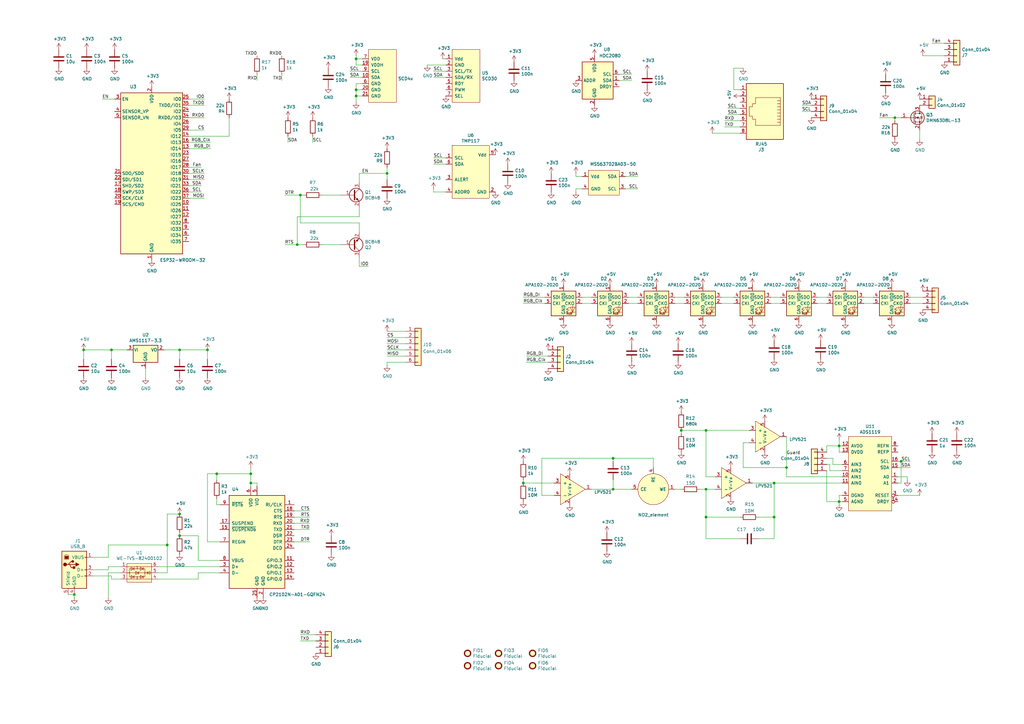
<source format=kicad_sch>
(kicad_sch (version 20211123) (generator eeschema)
  (paper "A3")
  (title_block (title "Luftmeter") (date "2021-12-28") (company "SFT"))
  (junction (at 102.87 194.31))
  (junction (at 73.66 210.82))
  (junction (at 367.03 48.26))
  (junction (at 68.58 223.52))
  (junction (at 146.05 24.13))
  (junction (at 251.46 187.96))
  (junction (at 214.63 198.12))
  (junction (at 251.46 200.66))
  (junction (at 102.87 198.12))
  (junction (at 30.48 243.84))
  (junction (at 158.75 71.12))
  (junction (at 121.92 100.33))
  (junction (at 322.58 191.77))
  (junction (at 289.56 176.53))
  (junction (at 317.5 198.12))
  (junction (at 123.19 80.01))
  (junction (at 344.17 205.74))
  (junction (at 279.4 176.53))
  (junction (at 146.05 39.37))
  (junction (at 88.9 194.31))
  (junction (at 369.57 189.23))
  (junction (at 289.56 200.66))
  (junction (at 85.09 143.51))
  (junction (at 73.66 143.51))
  (junction (at 344.17 182.88))
  (junction (at 34.29 143.51))
  (junction (at 45.72 143.51))
  (junction (at 289.56 212.09))
  (junction (at 146.05 36.83))
  (junction (at 73.66 219.71))
  (junction (at 317.5 212.09))
  (wire (pts (xy 236.22 72.39) (xy 236.22 71.12)))
  (wire (pts (xy 293.37 195.58) (xy 289.56 195.58)))
  (wire (pts (xy 102.87 194.31) (xy 102.87 198.12)))
  (wire (pts (xy 254 30.48) (xy 259.08 30.48)))
  (wire (pts (xy 238.76 121.92) (xy 242.57 121.92)))
  (wire (pts (xy 300.99 124.46) (xy 295.91 124.46)))
  (wire (pts (xy 298.45 46.99) (xy 303.53 46.99)))
  (wire (pts (xy 322.58 191.77) (xy 322.58 179.07)))
  (wire (pts (xy 372.11 195.58) (xy 372.11 196.85)))
  (wire (pts (xy 222.25 203.2) (xy 222.25 187.96)))
  (wire (pts (xy 289.56 195.58) (xy 289.56 176.53)))
  (wire (pts (xy 118.11 58.42) (xy 118.11 55.88)))
  (wire (pts (xy 115.57 30.48) (xy 115.57 33.02)))
  (wire (pts (xy 146.05 22.86) (xy 146.05 24.13)))
  (wire (pts (xy 44.45 234.95) (xy 44.45 245.11)))
  (wire (pts (xy 254 33.02) (xy 259.08 33.02)))
  (wire (pts (xy 77.47 43.18) (xy 83.82 43.18)))
  (wire (pts (xy 147.32 85.09) (xy 147.32 88.9)))
  (wire (pts (xy 279.4 176.53) (xy 289.56 176.53)))
  (wire (pts (xy 276.86 200.66) (xy 279.4 200.66)))
  (wire (pts (xy 44.45 232.41) (xy 49.53 232.41)))
  (wire (pts (xy 128.27 58.42) (xy 128.27 55.88)))
  (wire (pts (xy 256.54 72.39) (xy 261.62 72.39)))
  (wire (pts (xy 289.56 200.66) (xy 293.37 200.66)))
  (wire (pts (xy 295.91 121.92) (xy 300.99 121.92)))
  (wire (pts (xy 77.47 76.2) (xy 82.55 76.2)))
  (wire (pts (xy 328.93 43.18) (xy 332.74 43.18)))
  (wire (pts (xy 146.05 36.83) (xy 146.05 34.29)))
  (wire (pts (xy 81.28 234.95) (xy 81.28 237.49)))
  (wire (pts (xy 344.17 205.74) (xy 344.17 203.2)))
  (wire (pts (xy 303.53 36.83) (xy 300.99 36.83)))
  (wire (pts (xy 147.32 88.9) (xy 121.92 88.9)))
  (wire (pts (xy 132.08 100.33) (xy 139.7 100.33)))
  (wire (pts (xy 298.45 44.45) (xy 303.53 44.45)))
  (wire (pts (xy 146.05 34.29) (xy 148.59 34.29)))
  (wire (pts (xy 146.05 41.91) (xy 146.05 39.37)))
  (wire (pts (xy 345.44 182.88) (xy 344.17 182.88)))
  (wire (pts (xy 303.53 54.61) (xy 292.1 54.61)))
  (wire (pts (xy 44.45 233.68) (xy 44.45 232.41)))
  (wire (pts (xy 367.03 48.26) (xy 360.68 48.26)))
  (wire (pts (xy 345.44 190.5) (xy 341.63 190.5)))
  (wire (pts (xy 317.5 198.12) (xy 317.5 212.09)))
  (wire (pts (xy 146.05 24.13) (xy 148.59 24.13)))
  (wire (pts (xy 368.3 189.23) (xy 369.57 189.23)))
  (wire (pts (xy 77.47 71.12) (xy 83.82 71.12)))
  (wire (pts (xy 368.3 195.58) (xy 372.11 195.58)))
  (wire (pts (xy 316.23 121.92) (xy 320.04 121.92)))
  (wire (pts (xy 227.33 203.2) (xy 222.25 203.2)))
  (wire (pts (xy 308.61 198.12) (xy 317.5 198.12)))
  (wire (pts (xy 367.03 48.26) (xy 367.03 49.53)))
  (wire (pts (xy 73.66 143.51) (xy 85.09 143.51)))
  (wire (pts (xy 214.63 196.85) (xy 214.63 198.12)))
  (wire (pts (xy 344.17 207.01) (xy 344.17 205.74)))
  (wire (pts (xy 45.72 147.32) (xy 45.72 143.51)))
  (wire (pts (xy 344.17 203.2) (xy 345.44 203.2)))
  (wire (pts (xy 102.87 198.12) (xy 102.87 199.39)))
  (wire (pts (xy 102.87 191.77) (xy 102.87 194.31)))
  (wire (pts (xy 182.88 29.21) (xy 177.8 29.21)))
  (wire (pts (xy 38.1 236.22) (xy 45.72 236.22)))
  (wire (pts (xy 158.75 143.51) (xy 166.37 143.51)))
  (wire (pts (xy 77.47 40.64) (xy 83.82 40.64)))
  (wire (pts (xy 77.47 78.74) (xy 82.55 78.74)))
  (wire (pts (xy 52.07 143.51) (xy 45.72 143.51)))
  (wire (pts (xy 369.57 48.26) (xy 367.03 48.26)))
  (wire (pts (xy 85.09 222.25) (xy 85.09 194.31)))
  (wire (pts (xy 102.87 198.12) (xy 105.41 198.12)))
  (wire (pts (xy 147.32 105.41) (xy 147.32 109.22)))
  (wire (pts (xy 354.33 121.92) (xy 358.14 121.92)))
  (wire (pts (xy 158.75 146.05) (xy 166.37 146.05)))
  (wire (pts (xy 373.38 121.92) (xy 378.46 121.92)))
  (wire (pts (xy 45.72 237.49) (xy 49.53 237.49)))
  (wire (pts (xy 182.88 64.77) (xy 177.8 64.77)))
  (wire (pts (xy 77.47 60.96) (xy 86.36 60.96)))
  (wire (pts (xy 120.65 214.63) (xy 127 214.63)))
  (wire (pts (xy 322.58 191.77) (xy 322.58 195.58)))
  (wire (pts (xy 158.75 71.12) (xy 158.75 73.66)))
  (wire (pts (xy 339.09 185.42) (xy 339.09 182.88)))
  (wire (pts (xy 251.46 196.85) (xy 251.46 200.66)))
  (wire (pts (xy 121.92 100.33) (xy 124.46 100.33)))
  (wire (pts (xy 289.56 220.98) (xy 303.53 220.98)))
  (wire (pts (xy 73.66 219.71) (xy 81.28 219.71)))
  (wire (pts (xy 276.86 121.92) (xy 280.67 121.92)))
  (wire (pts (xy 68.58 210.82) (xy 73.66 210.82)))
  (wire (pts (xy 73.66 147.32) (xy 73.66 143.51)))
  (wire (pts (xy 251.46 200.66) (xy 259.08 200.66)))
  (wire (pts (xy 382.27 17.78) (xy 387.35 17.78)))
  (wire (pts (xy 368.3 191.77) (xy 373.38 191.77)))
  (wire (pts (xy 307.34 181.61) (xy 304.8 181.61)))
  (wire (pts (xy 121.92 88.9) (xy 121.92 100.33)))
  (wire (pts (xy 77.47 68.58) (xy 82.55 68.58)))
  (wire (pts (xy 34.29 143.51) (xy 45.72 143.51)))
  (wire (pts (xy 146.05 24.13) (xy 146.05 26.67)))
  (wire (pts (xy 339.09 182.88) (xy 344.17 182.88)))
  (wire (pts (xy 90.17 222.25) (xy 85.09 222.25)))
  (wire (pts (xy 279.4 177.8) (xy 279.4 176.53)))
  (wire (pts (xy 340.36 190.5) (xy 340.36 193.04)))
  (wire (pts (xy 251.46 187.96) (xy 267.97 187.96)))
  (wire (pts (xy 297.18 49.53) (xy 303.53 49.53)))
  (wire (pts (xy 158.75 138.43) (xy 166.37 138.43)))
  (wire (pts (xy 158.75 71.12) (xy 158.75 68.58)))
  (wire (pts (xy 30.48 243.84) (xy 30.48 245.11)))
  (wire (pts (xy 289.56 212.09) (xy 289.56 220.98)))
  (wire (pts (xy 148.59 29.21) (xy 143.51 29.21)))
  (wire (pts (xy 369.57 198.12) (xy 369.57 189.23)))
  (wire (pts (xy 158.75 140.97) (xy 166.37 140.97)))
  (wire (pts (xy 34.29 143.51) (xy 34.29 147.32)))
  (wire (pts (xy 344.17 182.88) (xy 344.17 180.34)))
  (wire (pts (xy 339.09 193.04) (xy 339.09 205.74)))
  (wire (pts (xy 158.75 135.89) (xy 166.37 135.89)))
  (wire (pts (xy 116.84 100.33) (xy 121.92 100.33)))
  (wire (pts (xy 335.28 121.92) (xy 339.09 121.92)))
  (wire (pts (xy 215.9 146.05) (xy 224.79 146.05)))
  (wire (pts (xy 177.8 77.47) (xy 177.8 78.74)))
  (wire (pts (xy 345.44 185.42) (xy 344.17 185.42)))
  (wire (pts (xy 85.09 194.31) (xy 88.9 194.31)))
  (wire (pts (xy 146.05 39.37) (xy 148.59 39.37)))
  (wire (pts (xy 120.65 222.25) (xy 127 222.25)))
  (wire (pts (xy 73.66 218.44) (xy 73.66 219.71)))
  (wire (pts (xy 177.8 78.74) (xy 182.88 78.74)))
  (wire (pts (xy 181.61 24.13) (xy 182.88 24.13)))
  (wire (pts (xy 147.32 95.25) (xy 147.32 91.44)))
  (wire (pts (xy 81.28 229.87) (xy 90.17 229.87)))
  (wire (pts (xy 93.98 55.88) (xy 77.47 55.88)))
  (wire (pts (xy 105.41 30.48) (xy 105.41 33.02)))
  (wire (pts (xy 158.75 148.59) (xy 166.37 148.59)))
  (wire (pts (xy 341.63 190.5) (xy 341.63 187.96)))
  (wire (pts (xy 369.57 189.23) (xy 373.38 189.23)))
  (wire (pts (xy 132.08 80.01) (xy 139.7 80.01)))
  (wire (pts (xy 267.97 187.96) (xy 267.97 191.77)))
  (wire (pts (xy 88.9 196.85) (xy 88.9 194.31)))
  (wire (pts (xy 147.32 71.12) (xy 158.75 71.12)))
  (wire (pts (xy 373.38 124.46) (xy 378.46 124.46)))
  (wire (pts (xy 304.8 181.61) (xy 304.8 191.77)))
  (wire (pts (xy 77.47 81.28) (xy 83.82 81.28)))
  (wire (pts (xy 45.72 236.22) (xy 45.72 237.49)))
  (wire (pts (xy 123.19 262.89) (xy 129.54 262.89)))
  (wire (pts (xy 38.1 228.6) (xy 44.45 228.6)))
  (wire (pts (xy 378.46 22.86) (xy 387.35 22.86)))
  (wire (pts (xy 143.51 31.75) (xy 148.59 31.75)))
  (wire (pts (xy 85.09 143.51) (xy 85.09 147.32)))
  (wire (pts (xy 300.99 27.94) (xy 304.8 27.94)))
  (wire (pts (xy 81.28 237.49) (xy 64.77 237.49)))
  (wire (pts (xy 236.22 77.47) (xy 238.76 77.47)))
  (wire (pts (xy 300.99 27.94) (xy 300.99 36.83)))
  (wire (pts (xy 303.53 212.09) (xy 289.56 212.09)))
  (wire (pts (xy 341.63 187.96) (xy 339.09 187.96)))
  (wire (pts (xy 81.28 219.71) (xy 81.28 229.87)))
  (wire (pts (xy 68.58 223.52) (xy 68.58 210.82)))
  (wire (pts (xy 147.32 74.93) (xy 147.32 71.12)))
  (wire (pts (xy 177.8 31.75) (xy 182.88 31.75)))
  (wire (pts (xy 280.67 124.46) (xy 276.86 124.46)))
  (wire (pts (xy 123.19 91.44) (xy 123.19 80.01)))
  (wire (pts (xy 332.74 45.72) (xy 328.93 45.72)))
  (wire (pts (xy 339.09 190.5) (xy 340.36 190.5)))
  (wire (pts (xy 317.5 220.98) (xy 317.5 212.09)))
  (wire (pts (xy 214.63 121.92) (xy 223.52 121.92)))
  (wire (pts (xy 345.44 205.74) (xy 344.17 205.74)))
  (wire (pts (xy 251.46 189.23) (xy 251.46 187.96)))
  (wire (pts (xy 64.77 232.41) (xy 90.17 232.41)))
  (wire (pts (xy 147.32 91.44) (xy 123.19 91.44)))
  (wire (pts (xy 256.54 77.47) (xy 261.62 77.47)))
  (wire (pts (xy 289.56 212.09) (xy 289.56 200.66)))
  (wire (pts (xy 73.66 143.51) (xy 67.31 143.51)))
  (wire (pts (xy 368.3 203.2) (xy 377.19 203.2)))
  (wire (pts (xy 88.9 194.31) (xy 102.87 194.31)))
  (wire (pts (xy 182.88 26.67) (xy 175.26 26.67)))
  (wire (pts (xy 123.19 260.35) (xy 129.54 260.35)))
  (wire (pts (xy 340.36 193.04) (xy 345.44 193.04)))
  (wire (pts (xy 377.19 57.15) (xy 377.19 53.34)))
  (wire (pts (xy 105.41 198.12) (xy 105.41 199.39)))
  (wire (pts (xy 311.15 220.98) (xy 317.5 220.98)))
  (wire (pts (xy 88.9 204.47) (xy 88.9 207.01)))
  (wire (pts (xy 46.99 40.64) (xy 41.91 40.64)))
  (wire (pts (xy 120.65 217.17) (xy 127 217.17)))
  (wire (pts (xy 88.9 207.01) (xy 90.17 207.01)))
  (wire (pts (xy 68.58 234.95) (xy 64.77 234.95)))
  (wire (pts (xy 214.63 124.46) (xy 223.52 124.46)))
  (wire (pts (xy 49.53 234.95) (xy 44.45 234.95)))
  (wire (pts (xy 177.8 67.31) (xy 182.88 67.31)))
  (wire (pts (xy 339.09 205.74) (xy 344.17 205.74)))
  (wire (pts (xy 287.02 200.66) (xy 289.56 200.66)))
  (wire (pts (xy 59.69 154.94) (xy 59.69 151.13)))
  (wire (pts (xy 358.14 124.46) (xy 354.33 124.46)))
  (wire (pts (xy 77.47 53.34) (xy 83.82 53.34)))
  (wire (pts (xy 146.05 26.67) (xy 148.59 26.67)))
  (wire (pts (xy 116.84 80.01) (xy 123.19 80.01)))
  (wire (pts (xy 68.58 223.52) (xy 68.58 234.95)))
  (wire (pts (xy 44.45 223.52) (xy 68.58 223.52)))
  (wire (pts (xy 90.17 234.95) (xy 81.28 234.95)))
  (wire (pts (xy 77.47 73.66) (xy 83.82 73.66)))
  (wire (pts (xy 215.9 148.59) (xy 224.79 148.59)))
  (wire (pts (xy 93.98 48.26) (xy 93.98 55.88)))
  (wire (pts (xy 158.75 149.86) (xy 158.75 148.59)))
  (wire (pts (xy 304.8 191.77) (xy 322.58 191.77)))
  (wire (pts (xy 289.56 176.53) (xy 307.34 176.53)))
  (wire (pts (xy 227.33 198.12) (xy 214.63 198.12)))
  (wire (pts (xy 222.25 187.96) (xy 251.46 187.96)))
  (wire (pts (xy 38.1 233.68) (xy 44.45 233.68)))
  (wire (pts (xy 344.17 185.42) (xy 344.17 182.88)))
  (wire (pts (xy 77.47 48.26) (xy 83.82 48.26)))
  (wire (pts (xy 120.65 209.55) (xy 127 209.55)))
  (wire (pts (xy 146.05 39.37) (xy 146.05 36.83)))
  (wire (pts (xy 27.94 243.84) (xy 30.48 243.84)))
  (wire (pts (xy 148.59 36.83) (xy 146.05 36.83)))
  (wire (pts (xy 236.22 78.74) (xy 236.22 77.47)))
  (wire (pts (xy 44.45 228.6) (xy 44.45 223.52)))
  (wire (pts (xy 261.62 124.46) (xy 257.81 124.46)))
  (wire (pts (xy 368.3 198.12) (xy 369.57 198.12)))
  (wire (pts (xy 257.81 121.92) (xy 261.62 121.92)))
  (wire (pts (xy 317.5 198.12) (xy 345.44 198.12)))
  (wire (pts (xy 297.18 52.07) (xy 303.53 52.07)))
  (wire (pts (xy 322.58 195.58) (xy 345.44 195.58)))
  (wire (pts (xy 77.47 58.42) (xy 86.36 58.42)))
  (wire (pts (xy 120.65 212.09) (xy 127 212.09)))
  (wire (pts (xy 320.04 124.46) (xy 316.23 124.46)))
  (wire (pts (xy 236.22 72.39) (xy 238.76 72.39)))
  (wire (pts (xy 123.19 80.01) (xy 124.46 80.01)))
  (wire (pts (xy 242.57 200.66) (xy 251.46 200.66)))
  (wire (pts (xy 317.5 212.09) (xy 311.15 212.09)))
  (wire (pts (xy 147.32 109.22) (xy 151.13 109.22)))
  (wire (pts (xy 339.09 124.46) (xy 335.28 124.46)))
  (wire (pts (xy 242.57 124.46) (xy 238.76 124.46)))
  (label "SCL" (at 128.27 58.42 0))
  (label "SCLK" (at 83.82 71.12 180))
  (label "CS" (at 83.82 53.34 180))
  (label "RXD" (at 123.19 260.35 0))
  (label "SDA" (at 298.45 46.99 0))
  (label "SDA" (at 259.08 33.02 180))
  (label "RTS" (at 127 212.09 180))
  (label "RXD0" (at 115.57 22.86 180))
  (label "RXD" (at 127 214.63 180))
  (label "Fan" (at 382.27 17.78 0))
  (label "TXD" (at 297.18 52.07 0))
  (label "MOSI" (at 158.75 140.97 0))
  (label "SCL" (at 298.45 44.45 0))
  (label "SCL" (at 177.8 64.77 0))
  (label "SDA" (at 328.93 43.18 0))
  (label "RXD0" (at 83.82 48.26 180))
  (label "Fan" (at 360.68 48.26 0))
  (label "SDA" (at 177.8 31.75 0))
  (label "RGB_DI" (at 215.9 146.05 0))
  (label "SCL" (at 177.8 29.21 0))
  (label "SDA" (at 82.55 76.2 180))
  (label "MOSI" (at 83.82 81.28 180))
  (label "SCL" (at 82.55 78.74 180))
  (label "TXD" (at 115.57 33.02 180))
  (label "RGB_Clk" (at 215.9 148.59 0))
  (label "SDA" (at 373.38 191.77 180))
  (label "RXD" (at 297.18 49.53 0))
  (label "IO0" (at 151.13 109.22 180))
  (label "TXD0" (at 105.41 22.86 180))
  (label "TXD" (at 127 217.17 180))
  (label "EN" (at 151.13 71.12 180))
  (label "RGB_Clk" (at 86.36 58.42 180))
  (label "RGB_Clk" (at 214.63 124.46 0))
  (label "SCLK" (at 158.75 143.51 0))
  (label "RTS" (at 116.84 100.33 0))
  (label "MISO" (at 83.82 73.66 180))
  (label "DTR" (at 127 222.25 180))
  (label "CS" (at 158.75 138.43 0))
  (label "SDA" (at 177.8 67.31 0))
  (label "SCL" (at 143.51 29.21 0))
  (label "SCL" (at 261.62 77.47 180))
  (label "DTR" (at 116.84 80.01 0))
  (label "RXD" (at 105.41 33.02 180))
  (label "RGB_DI" (at 86.36 60.96 180))
  (label "SCL" (at 259.08 30.48 180))
  (label "Fan" (at 82.55 68.58 180))
  (label "SDA" (at 261.62 72.39 180))
  (label "MISO" (at 158.75 146.05 0))
  (label "RGB_DI" (at 214.63 121.92 0))
  (label "SDA" (at 118.11 58.42 0))
  (label "SCL" (at 373.38 189.23 180))
  (label "EN" (at 41.91 40.64 0))
  (label "TXD" (at 123.19 262.89 0))
  (label "SCL" (at 328.93 45.72 0))
  (label "TXD0" (at 83.82 43.18 180))
  (label "IO0" (at 83.82 40.64 180))
  (label "Guard" (at 322.58 186.69 0))
  (label "SDA" (at 143.51 31.75 0))
  (label "CTS" (at 127 209.55 180))
  (symbol (lib_id "RF_Module:ESP32-WROOM-32") (at 62.23 71.12 0) (unit 1)
    (property "Reference" "U3" (at 54.61 35.56 0))
    (property "Value" "ESP32-WROOM-32" (at 74.93 106.68 0))
    (property "Footprint" "RF_Module:ESP32-WROOM-32" (effects hide))
    (property "Datasheet" "https://www.espressif.com/sites/default/files/documentation/esp32-wroom-32_datasheet_en.pdf" (effects hide))
    (property "Datasheet" "https://www.espressif.com/sites/default/files/documentation/esp32-wroom-32_datasheet_en.pdf" (effects hide))
    (property "Reference" "U3" (effects hide))
    (property "Value" "ESP32-WROOM-32" (effects hide))
  )
  (symbol (lib_id "Sensor_Humidity:HDC2080") (at 246.38 33.02 0) (unit 1)
    (property "Reference" "U8" (at 248.92 20.32 0))
    (property "Value" "HDC2080" (at 250.19 22.86 0))
    (property "Footprint" "Package_SON:Texas_PWSON-N6" (effects hide))
    (property "Datasheet" "http://www.ti.com/lit/ds/symlink/hdc2080.pdf" (effects hide))
    (property "I2C" "0x40" (effects hide))
    (property "Datasheet" "http://www.ti.com/lit/ds/symlink/hdc2080.pdf" (effects hide))
    (property "Reference" "U8" (effects hide))
    (property "Value" "HDC2080" (effects hide))
  )
  (symbol (lib_id "LED:APA102-2020") (at 250.19 124.46 0) (unit 1)
    (property "Reference" "D2" (at 247.65 114.3 0))
    (property "Value" "APA102-2020" (at 242.57 116.84 0))
    (property "Footprint" "LED_SMD:LED-APA102-2020" (effects hide))
    (property "Datasheet" "http://www.led-color.com/upload/201604/APA102-2020%20SMD%20LED.pdf" (effects hide))
    (property "Datasheet" "http://www.led-color.com/upload/201604/APA102-2020%20SMD%20LED.pdf" (effects hide))
    (property "Reference" "D2" (effects hide))
    (property "Value" "APA102-2020" (effects hide))
  )
  (symbol (lib_id "LED:APA102-2020") (at 269.24 124.46 0) (unit 1)
    (property "Reference" "D3" (at 266.7 114.3 0))
    (property "Value" "APA102-2020" (at 261.62 116.84 0))
    (property "Footprint" "LED_SMD:LED-APA102-2020" (effects hide))
    (property "Datasheet" "http://www.led-color.com/upload/201604/APA102-2020%20SMD%20LED.pdf" (effects hide))
    (property "Datasheet" "http://www.led-color.com/upload/201604/APA102-2020%20SMD%20LED.pdf" (effects hide))
    (property "Reference" "D3" (effects hide))
    (property "Value" "APA102-2020" (effects hide))
  )
  (symbol (lib_id "LED:APA102-2020") (at 288.29 124.46 0) (unit 1)
    (property "Reference" "D4" (at 285.75 114.3 0))
    (property "Value" "APA102-2020" (at 280.67 116.84 0))
    (property "Footprint" "LED_SMD:LED-APA102-2020" (effects hide))
    (property "Datasheet" "http://www.led-color.com/upload/201604/APA102-2020%20SMD%20LED.pdf" (effects hide))
    (property "Datasheet" "http://www.led-color.com/upload/201604/APA102-2020%20SMD%20LED.pdf" (effects hide))
    (property "Reference" "D4" (effects hide))
    (property "Value" "APA102-2020" (effects hide))
  )
  (symbol (lib_id "LED:APA102-2020") (at 231.14 124.46 0) (unit 1)
    (property "Reference" "D1" (at 227.33 114.3 0))
    (property "Value" "APA102-2020" (at 222.25 116.84 0))
    (property "Footprint" "LED_SMD:LED-APA102-2020" (effects hide))
    (property "Datasheet" "http://www.led-color.com/upload/201604/APA102-2020%20SMD%20LED.pdf" (effects hide))
    (property "Datasheet" "http://www.led-color.com/upload/201604/APA102-2020%20SMD%20LED.pdf" (effects hide))
    (property "Reference" "D1" (effects hide))
    (property "Value" "APA102-2020" (effects hide))
  )
  (symbol (lib_id "sensors:TMP117") (at 193.04 71.12 0) (unit 1)
    (property "Reference" "U6" (at 193.04 55.499 0))
    (property "Value" "TMP117" (at 193.04 57.8104 0))
    (property "Footprint" "Package_SON:WSON-6-1EP_2x2mm_P0.65mm_EP1x1.6mm" (effects hide))
    (property "I2C" "0x49" (effects hide))
    (property "Reference" "U6" (effects hide))
    (property "Value" "TMP117" (effects hide))
  )
  (symbol (lib_id "sensors:SCD30") (at 191.77 31.75 0) (unit 1)
    (property "Reference" "U5" (at 197.5612 29.9466 0) (effects (justify left)))
    (property "Value" "SCD30" (at 197.5612 32.258 0) (effects (justify left)))
    (property "Footprint" "sensirion:SCD30_header" (effects hide))
    (property "I2C" "0x61" (effects hide))
    (property "Reference" "U5" (effects hide))
    (property "Value" "SCD30" (effects hide))
  )
  (symbol (lib_id "power:GND") (at 175.26 26.67 0) (unit 1)
    (property "Reference" "#PWR0101" (effects hide))
    (property "Value" "GND" (at 175.387 31.0642 0))
  )
  (symbol (lib_id "power:+3.3V") (at 181.61 24.13 0) (unit 1)
    (property "Reference" "#PWR0102" (effects hide))
    (property "Value" "+3.3V" (at 181.991 19.7358 0))
  )
  (symbol (lib_id "power:GND") (at 182.88 39.37 0) (unit 1)
    (property "Reference" "#PWR0103" (effects hide))
    (property "Value" "GND" (at 183.007 43.7642 0))
  )
  (symbol (lib_id "power:GND") (at 243.84 43.18 0) (unit 1)
    (property "Reference" "#PWR0104" (effects hide))
    (property "Value" "GND" (at 243.967 47.5742 0))
  )
  (symbol (lib_id "power:+3.3V") (at 243.84 22.86 0) (unit 1)
    (property "Reference" "#PWR0105" (effects hide))
    (property "Value" "+3.3V" (at 244.221 18.4658 0))
  )
  (symbol (lib_id "power:GND") (at 236.22 33.02 0) (unit 1)
    (property "Reference" "#PWR0106" (effects hide))
    (property "Value" "GND" (at 236.347 37.4142 0))
  )
  (symbol (lib_id "power:GND") (at 203.2 78.74 0) (unit 1)
    (property "Reference" "#PWR0107" (effects hide))
    (property "Value" "GND" (at 203.327 83.1342 0))
  )
  (symbol (lib_id "power:+3.3V") (at 203.2 63.5 0) (unit 1)
    (property "Reference" "#PWR0108" (effects hide))
    (property "Value" "+3.3V" (at 203.581 59.1058 0))
  )
  (symbol (lib_id "power:+3.3V") (at 177.8 77.47 0) (unit 1)
    (property "Reference" "#PWR0109" (effects hide))
    (property "Value" "+3.3V" (at 178.181 73.0758 0))
  )
  (symbol (lib_id "Device:C") (at 210.82 29.21 0) (unit 1)
    (property "Reference" "C11" (at 213.741 28.0416 0) (effects (justify left)))
    (property "Value" "100n" (at 213.741 30.353 0) (effects (justify left)))
    (property "Footprint" "Capacitor_SMD:C_0603_1608Metric_Pad1.08x0.95mm_HandSolder" (effects hide))
    (property "Reference" "C11" (effects hide))
    (property "Value" "100n" (effects hide))
  )
  (symbol (lib_id "power:+3.3V") (at 210.82 25.4 0) (unit 1)
    (property "Reference" "#PWR0110" (effects hide))
    (property "Value" "+3.3V" (at 211.201 21.0058 0))
  )
  (symbol (lib_id "power:GND") (at 210.82 33.02 0) (unit 1)
    (property "Reference" "#PWR0111" (effects hide))
    (property "Value" "GND" (at 210.947 37.4142 0))
  )
  (symbol (lib_id "Device:C") (at 208.28 71.12 0) (unit 1)
    (property "Reference" "C10" (at 211.201 69.9516 0) (effects (justify left)))
    (property "Value" "100n" (at 211.201 72.263 0) (effects (justify left)))
    (property "Footprint" "Capacitor_SMD:C_0603_1608Metric_Pad1.08x0.95mm_HandSolder" (effects hide))
    (property "Reference" "C10" (effects hide))
    (property "Value" "100n" (effects hide))
  )
  (symbol (lib_id "power:+3.3V") (at 208.28 67.31 0) (unit 1)
    (property "Reference" "#PWR0112" (effects hide))
    (property "Value" "+3.3V" (at 208.661 62.9158 0))
  )
  (symbol (lib_id "power:GND") (at 208.28 74.93 0) (unit 1)
    (property "Reference" "#PWR0113" (effects hide))
    (property "Value" "GND" (at 208.407 79.3242 0))
  )
  (symbol (lib_id "Device:C") (at 265.43 33.02 0) (unit 1)
    (property "Reference" "C15" (at 268.351 31.8516 0) (effects (justify left)))
    (property "Value" "100n" (at 268.351 34.163 0) (effects (justify left)))
    (property "Footprint" "Capacitor_SMD:C_0603_1608Metric_Pad1.08x0.95mm_HandSolder" (effects hide))
    (property "Reference" "C15" (effects hide))
    (property "Value" "100n" (effects hide))
  )
  (symbol (lib_id "power:+3.3V") (at 265.43 29.21 0) (unit 1)
    (property "Reference" "#PWR0114" (effects hide))
    (property "Value" "+3.3V" (at 265.811 24.8158 0))
  )
  (symbol (lib_id "power:GND") (at 265.43 36.83 0) (unit 1)
    (property "Reference" "#PWR0115" (effects hide))
    (property "Value" "GND" (at 265.557 41.2242 0))
  )
  (symbol (lib_id "Device:C") (at 46.99 24.13 0) (unit 1)
    (property "Reference" "C5" (at 49.911 22.9616 0) (effects (justify left)))
    (property "Value" "100n" (at 49.911 25.273 0) (effects (justify left)))
    (property "Footprint" "Capacitor_SMD:C_0603_1608Metric_Pad1.08x0.95mm_HandSolder" (effects hide))
    (property "Reference" "C5" (effects hide))
    (property "Value" "100n" (effects hide))
  )
  (symbol (lib_id "power:+3.3V") (at 46.99 20.32 0) (unit 1)
    (property "Reference" "#PWR0116" (effects hide))
    (property "Value" "+3.3V" (at 47.371 15.9258 0))
  )
  (symbol (lib_id "power:GND") (at 46.99 27.94 0) (unit 1)
    (property "Reference" "#PWR0117" (effects hide))
    (property "Value" "GND" (at 47.117 32.3342 0))
  )
  (symbol (lib_id "sensors:NO2_element") (at 267.97 200.66 0) (mirror y) (unit 1)
    (property "Reference" "EC1" (at 267.97 208.8642 0))
    (property "Value" "NO2_element" (at 267.97 211.1756 0))
    (property "Footprint" "spec_sensors:SPEC_sensor_THT" (effects hide))
    (property "Reference" "EC1" (effects hide))
    (property "Value" "NO2_element" (effects hide))
  )
  (symbol (lib_id "OPV:LPV521") (at 232.41 200.66 0) (unit 1)
    (property "Reference" "U7" (at 243.6876 199.4916 0) (effects (justify left)))
    (property "Value" "LPV521" (at 243.6876 201.803 0) (effects (justify left)))
    (property "Footprint" "Package_TO_SOT_SMD:TSOT-23-5_HandSoldering" (effects hide))
    (property "Reference" "U7" (effects hide))
    (property "Value" "LPV521" (effects hide))
  )
  (symbol (lib_id "power:GND") (at 233.68 207.01 0) (unit 1)
    (property "Reference" "#PWR0118" (effects hide))
    (property "Value" "GND" (at 233.807 211.4042 0))
  )
  (symbol (lib_id "power:+3.3V") (at 233.68 194.31 0) (unit 1)
    (property "Reference" "#PWR0119" (effects hide))
    (property "Value" "+3.3V" (at 234.061 189.9158 0))
  )
  (symbol (lib_id "OPV:LPV521") (at 298.45 198.12 0) (unit 1)
    (property "Reference" "U9" (at 309.7276 196.9516 0) (effects (justify left)))
    (property "Value" "LPV521" (at 309.7276 199.263 0) (effects (justify left)))
    (property "Footprint" "Package_TO_SOT_SMD:TSOT-23-5_HandSoldering" (effects hide))
    (property "Reference" "U9" (effects hide))
    (property "Value" "LPV521" (effects hide))
  )
  (symbol (lib_id "power:GND") (at 299.72 204.47 0) (unit 1)
    (property "Reference" "#PWR0120" (effects hide))
    (property "Value" "GND" (at 299.847 208.8642 0))
  )
  (symbol (lib_id "power:+3.3V") (at 299.72 191.77 0) (unit 1)
    (property "Reference" "#PWR0121" (effects hide))
    (property "Value" "+3.3V" (at 300.101 187.3758 0))
  )
  (symbol (lib_id "OPV:LPV521") (at 312.42 179.07 0) (unit 1)
    (property "Reference" "U10" (at 323.6976 177.9016 0) (effects (justify left)))
    (property "Value" "LPV521" (at 323.6976 180.213 0) (effects (justify left)))
    (property "Footprint" "Package_TO_SOT_SMD:TSOT-23-5_HandSoldering" (effects hide))
    (property "Reference" "U10" (effects hide))
    (property "Value" "LPV521" (effects hide))
  )
  (symbol (lib_id "power:GND") (at 313.69 185.42 0) (unit 1)
    (property "Reference" "#PWR0122" (effects hide))
    (property "Value" "GND" (at 313.817 189.8142 0))
  )
  (symbol (lib_id "power:+3.3V") (at 313.69 172.72 0) (unit 1)
    (property "Reference" "#PWR0123" (effects hide))
    (property "Value" "+3.3V" (at 314.071 168.3258 0))
  )
  (symbol (lib_id "Device:R") (at 214.63 193.04 180) (unit 1)
    (property "Reference" "R10" (at 216.408 191.8716 0) (effects (justify right)))
    (property "Value" "1k" (at 216.408 194.183 0) (effects (justify right)))
    (property "Footprint" "Resistor_SMD:R_0603_1608Metric_Pad0.98x0.95mm_HandSolder" (effects hide))
    (property "Reference" "R10" (effects hide))
    (property "Value" "1k" (effects hide))
  )
  (symbol (lib_id "Device:R") (at 214.63 201.93 180) (unit 1)
    (property "Reference" "R11" (at 216.408 200.7616 0) (effects (justify right)))
    (property "Value" "10M" (at 216.408 203.073 0) (effects (justify right)))
    (property "Footprint" "Resistor_SMD:R_0603_1608Metric_Pad0.98x0.95mm_HandSolder" (effects hide))
    (property "Reference" "R11" (effects hide))
    (property "Value" "10M" (effects hide))
  )
  (symbol (lib_id "Device:R") (at 283.21 200.66 270) (unit 1)
    (property "Reference" "R14" (at 283.21 195.4022 90))
    (property "Value" "150" (at 283.21 198.12 90))
    (property "Footprint" "Resistor_SMD:R_0603_1608Metric_Pad0.98x0.95mm_HandSolder" (effects hide))
    (property "Reference" "R14" (effects hide))
    (property "Value" "150" (effects hide))
  )
  (symbol (lib_id "Device:R") (at 307.34 212.09 270) (unit 1)
    (property "Reference" "R15" (at 307.34 206.8322 90))
    (property "Value" "10M" (at 307.34 209.55 90))
    (property "Footprint" "Resistor_SMD:R_0603_1608Metric_Pad0.98x0.95mm_HandSolder" (effects hide))
    (property "Reference" "R15" (effects hide))
    (property "Value" "10M" (effects hide))
  )
  (symbol (lib_id "Device:R") (at 279.4 172.72 0) (unit 1)
    (property "Reference" "R12" (at 281.178 171.5516 0) (effects (justify left)))
    (property "Value" "680k" (at 281.178 173.863 0) (effects (justify left)))
    (property "Footprint" "Resistor_SMD:R_0603_1608Metric_Pad0.98x0.95mm_HandSolder" (effects hide))
    (property "Reference" "R12" (effects hide))
    (property "Value" "680k" (effects hide))
  )
  (symbol (lib_id "Device:R") (at 279.4 181.61 0) (unit 1)
    (property "Reference" "R13" (at 281.178 180.4416 0) (effects (justify left)))
    (property "Value" "10M" (at 281.178 182.753 0) (effects (justify left)))
    (property "Footprint" "Resistor_SMD:R_0603_1608Metric_Pad0.98x0.95mm_HandSolder" (effects hide))
    (property "Reference" "R13" (effects hide))
    (property "Value" "10M" (effects hide))
  )
  (symbol (lib_id "Device:C") (at 248.92 222.25 0) (unit 1)
    (property "Reference" "C12" (at 251.841 221.0816 0) (effects (justify left)))
    (property "Value" "100n" (at 251.841 223.393 0) (effects (justify left)))
    (property "Footprint" "Capacitor_SMD:C_0603_1608Metric_Pad1.08x0.95mm_HandSolder" (effects hide))
    (property "Reference" "C12" (effects hide))
    (property "Value" "100n" (effects hide))
  )
  (symbol (lib_id "power:+3.3V") (at 248.92 218.44 0) (unit 1)
    (property "Reference" "#PWR0124" (effects hide))
    (property "Value" "+3.3V" (at 249.301 214.0458 0))
  )
  (symbol (lib_id "power:GND") (at 248.92 226.06 0) (unit 1)
    (property "Reference" "#PWR0125" (effects hide))
    (property "Value" "GND" (at 249.047 230.4542 0))
  )
  (symbol (lib_id "Device:C") (at 251.46 193.04 0) (unit 1)
    (property "Reference" "C13" (at 254.381 191.8716 0) (effects (justify left)))
    (property "Value" "100n" (at 254.381 194.183 0) (effects (justify left)))
    (property "Footprint" "Capacitor_SMD:C_0603_1608Metric_Pad1.08x0.95mm_HandSolder" (effects hide))
    (property "Reference" "C13" (effects hide))
    (property "Value" "100n" (effects hide))
  )
  (symbol (lib_id "power:+3.3V") (at 214.63 189.23 0) (unit 1)
    (property "Reference" "#PWR0126" (effects hide))
    (property "Value" "+3.3V" (at 215.011 184.8358 0))
  )
  (symbol (lib_id "power:GND") (at 214.63 205.74 0) (unit 1)
    (property "Reference" "#PWR0127" (effects hide))
    (property "Value" "GND" (at 214.757 210.1342 0))
  )
  (symbol (lib_id "Interface_USB:CP2102N-A01-GQFN24") (at 105.41 222.25 0) (unit 1)
    (property "Reference" "U4" (at 96.52 200.66 0))
    (property "Value" "CP2102N-A01-GQFN24" (at 121.92 243.84 0))
    (property "Footprint" "Package_DFN_QFN:QFN-24-1EP_4x4mm_P0.5mm_EP2.6x2.6mm" (effects hide))
    (property "Datasheet" "https://www.silabs.com/documents/public/data-sheets/cp2102n-datasheet.pdf" (effects hide))
    (property "Datasheet" "https://www.silabs.com/documents/public/data-sheets/cp2102n-datasheet.pdf" (effects hide))
    (property "Reference" "U4" (effects hide))
    (property "Value" "CP2102N-A01-GQFN24" (effects hide))
  )
  (symbol (lib_id "power:GND") (at 279.4 185.42 0) (unit 1)
    (property "Reference" "#PWR0128" (effects hide))
    (property "Value" "GND" (at 279.527 189.8142 0))
  )
  (symbol (lib_id "power:+3.3V") (at 279.4 168.91 0) (unit 1)
    (property "Reference" "#PWR0129" (effects hide))
    (property "Value" "+3.3V" (at 279.781 164.5158 0))
  )
  (symbol (lib_id "Device:C") (at 307.34 220.98 90) (unit 1)
    (property "Reference" "C17" (at 306.07 217.17 90) (effects (justify left)))
    (property "Value" "100n" (at 313.69 217.17 90) (effects (justify left)))
    (property "Footprint" "Capacitor_SMD:C_0603_1608Metric_Pad1.08x0.95mm_HandSolder" (effects hide))
    (property "Reference" "C17" (effects hide))
    (property "Value" "100n" (effects hide))
  )
  (symbol (lib_id "OPV:ADS1119") (at 356.87 194.31 0) (unit 1)
    (property "Reference" "U11" (at 356.87 174.879 0))
    (property "Value" "ADS1119" (at 356.87 177.1904 0))
    (property "Footprint" "Package_SO:TSSOP-16_4.4x5mm_P0.65mm" (effects hide))
    (property "I2C" "0x4C" (effects hide))
    (property "Reference" "U11" (effects hide))
    (property "Value" "ADS1119" (effects hide))
  )
  (symbol (lib_id "Device:C") (at 135.89 223.52 0) (unit 1)
    (property "Reference" "C8" (at 138.811 222.3516 0) (effects (justify left)))
    (property "Value" "100n" (at 138.811 224.663 0) (effects (justify left)))
    (property "Footprint" "Capacitor_SMD:C_0603_1608Metric_Pad1.08x0.95mm_HandSolder" (effects hide))
    (property "Reference" "C8" (effects hide))
    (property "Value" "100n" (effects hide))
  )
  (symbol (lib_id "power:GND") (at 135.89 227.33 0) (unit 1)
    (property "Reference" "#PWR0142" (effects hide))
    (property "Value" "GND" (at 136.017 231.7242 0))
  )
  (symbol (lib_id "power:GND") (at 105.41 245.11 0) (unit 1)
    (property "Reference" "#PWR0143" (effects hide))
    (property "Value" "GND" (at 105.537 249.5042 0))
  )
  (symbol (lib_id "Connector_Generic:Conn_01x04") (at 392.43 22.86 0) (mirror x) (unit 1)
    (property "Reference" "J7" (at 394.462 22.6568 0) (effects (justify left)))
    (property "Value" "Conn_01x04" (at 394.462 20.3454 0) (effects (justify left)))
    (property "Footprint" "Connector_PinHeader_2.54mm:PinHeader_1x04_P2.54mm_Vertical" (effects hide))
    (property "Reference" "J7" (effects hide))
    (property "Value" "Conn_01x04" (effects hide))
  )
  (symbol (lib_id "power:GND") (at 107.95 245.11 0) (unit 1)
    (property "Reference" "#PWR0144" (effects hide))
    (property "Value" "GND" (at 108.077 249.5042 0))
  )
  (symbol (lib_id "power:+3.3V") (at 344.17 180.34 0) (unit 1)
    (property "Reference" "#PWR0132" (effects hide))
    (property "Value" "+3.3V" (at 344.551 175.9458 0))
  )
  (symbol (lib_id "power:GND") (at 344.17 207.01 0) (unit 1)
    (property "Reference" "#PWR0133" (effects hide))
    (property "Value" "GND" (at 344.297 211.4042 0))
  )
  (symbol (lib_id "power:+3.3V") (at 102.87 191.77 0) (unit 1)
    (property "Reference" "#PWR0145" (effects hide))
    (property "Value" "+3.3V" (at 103.251 187.3758 0))
  )
  (symbol (lib_id "power:+3.3V") (at 135.89 219.71 0) (unit 1)
    (property "Reference" "#PWR0146" (effects hide))
    (property "Value" "+3.3V" (at 136.271 215.3158 0))
  )
  (symbol (lib_id "power:GND") (at 387.35 25.4 0) (unit 1)
    (property "Reference" "#PWR0203" (effects hide))
    (property "Value" "GND" (at 387.477 29.7942 0))
  )
  (symbol (lib_id "power:GND") (at 372.11 196.85 0) (unit 1)
    (property "Reference" "#PWR0134" (effects hide))
    (property "Value" "GND" (at 372.237 201.2442 0))
  )
  (symbol (lib_id "power:+3.3V") (at 377.19 203.2 0) (unit 1)
    (property "Reference" "#PWR0135" (effects hide))
    (property "Value" "+3.3V" (at 377.571 198.8058 0))
  )
  (symbol (lib_id "power:+5V") (at 378.46 22.86 0) (unit 1)
    (property "Reference" "#PWR0204" (effects hide))
    (property "Value" "+5V" (at 378.841 18.4658 0))
  )
  (symbol (lib_id "Device:C") (at 382.27 181.61 0) (unit 1)
    (property "Reference" "C21" (at 385.191 180.4416 0) (effects (justify left)))
    (property "Value" "1u" (at 385.191 182.753 0) (effects (justify left)))
    (property "Footprint" "Capacitor_SMD:C_0603_1608Metric_Pad1.08x0.95mm_HandSolder" (effects hide))
    (property "Reference" "C21" (effects hide))
    (property "Value" "1u" (effects hide))
  )
  (symbol (lib_id "power:+3.3V") (at 382.27 177.8 0) (unit 1)
    (property "Reference" "#PWR0136" (effects hide))
    (property "Value" "+3.3V" (at 382.651 173.4058 0))
  )
  (symbol (lib_id "power:GND") (at 382.27 185.42 0) (unit 1)
    (property "Reference" "#PWR0137" (effects hide))
    (property "Value" "GND" (at 382.397 189.8142 0))
  )
  (symbol (lib_id "Device:C") (at 392.43 181.61 0) (unit 1)
    (property "Reference" "C22" (at 395.351 180.4416 0) (effects (justify left)))
    (property "Value" "100n" (at 395.351 182.753 0) (effects (justify left)))
    (property "Footprint" "Capacitor_SMD:C_0603_1608Metric_Pad1.08x0.95mm_HandSolder" (effects hide))
    (property "Reference" "C22" (effects hide))
    (property "Value" "100n" (effects hide))
  )
  (symbol (lib_id "power:+3.3V") (at 392.43 177.8 0) (unit 1)
    (property "Reference" "#PWR0138" (effects hide))
    (property "Value" "+3.3V" (at 392.811 173.4058 0))
  )
  (symbol (lib_id "power:GND") (at 392.43 185.42 0) (unit 1)
    (property "Reference" "#PWR0139" (effects hide))
    (property "Value" "GND" (at 392.557 189.8142 0))
  )
  (symbol (lib_id "Device:R") (at 118.11 52.07 180) (unit 1)
    (property "Reference" "R5" (at 119.888 50.9016 0) (effects (justify right)))
    (property "Value" "1k" (at 119.888 53.213 0) (effects (justify right)))
    (property "Footprint" "Resistor_SMD:R_0603_1608Metric_Pad0.98x0.95mm_HandSolder" (effects hide))
    (property "Reference" "R5" (effects hide))
    (property "Value" "1k" (effects hide))
  )
  (symbol (lib_id "Device:R") (at 88.9 200.66 180) (unit 1)
    (property "Reference" "R3" (at 90.678 199.4916 0) (effects (justify right)))
    (property "Value" "1k" (at 90.678 201.803 0) (effects (justify right)))
    (property "Footprint" "Resistor_SMD:R_0603_1608Metric_Pad0.98x0.95mm_HandSolder" (effects hide))
    (property "Reference" "R3" (effects hide))
    (property "Value" "1k" (effects hide))
  )
  (symbol (lib_id "Device:R") (at 128.27 52.07 180) (unit 1)
    (property "Reference" "R6" (at 130.048 50.9016 0) (effects (justify right)))
    (property "Value" "1k" (at 130.048 53.213 0) (effects (justify right)))
    (property "Footprint" "Resistor_SMD:R_0603_1608Metric_Pad0.98x0.95mm_HandSolder" (effects hide))
    (property "Reference" "R6" (effects hide))
    (property "Value" "1k" (effects hide))
  )
  (symbol (lib_id "power:+3.3V") (at 118.11 48.26 0) (unit 1)
    (property "Reference" "#PWR0140" (effects hide))
    (property "Value" "+3.3V" (at 118.491 43.8658 0))
  )
  (symbol (lib_id "power:+3.3V") (at 128.27 48.26 0) (unit 1)
    (property "Reference" "#PWR0141" (effects hide))
    (property "Value" "+3.3V" (at 128.651 43.8658 0))
  )
  (symbol (lib_id "Device:R") (at 73.66 214.63 180) (unit 1)
    (property "Reference" "R1" (at 75.438 213.4616 0) (effects (justify right)))
    (property "Value" "22k" (at 75.438 215.773 0) (effects (justify right)))
    (property "Footprint" "Resistor_SMD:R_0603_1608Metric_Pad0.98x0.95mm_HandSolder" (effects hide))
    (property "Reference" "R1" (effects hide))
    (property "Value" "22k" (effects hide))
  )
  (symbol (lib_id "Device:R") (at 73.66 223.52 180) (unit 1)
    (property "Reference" "R2" (at 75.438 222.3516 0) (effects (justify right)))
    (property "Value" "47k" (at 75.438 224.663 0) (effects (justify right)))
    (property "Footprint" "Resistor_SMD:R_0603_1608Metric_Pad0.98x0.95mm_HandSolder" (effects hide))
    (property "Reference" "R2" (effects hide))
    (property "Value" "47k" (effects hide))
  )
  (symbol (lib_id "Mechanical:Fiducial") (at 191.77 267.97 0) (unit 1)
    (property "Reference" "FID1" (at 193.929 266.8016 0) (effects (justify left)))
    (property "Value" "Fiducial" (at 193.929 269.113 0) (effects (justify left)))
    (property "Footprint" "Fiducial:Fiducial_1mm_Mask2mm" (effects hide))
    (property "Reference" "FID1" (effects hide))
    (property "Value" "Fiducial" (effects hide))
  )
  (symbol (lib_id "Connector_Generic:Conn_01x04") (at 337.82 43.18 0) (unit 1)
    (property "Reference" "J9" (at 339.852 43.3832 0) (effects (justify left)))
    (property "Value" "Conn_01x04" (at 339.852 45.6946 0) (effects (justify left)))
    (property "Footprint" "Connector_PinHeader_2.54mm:PinHeader_1x04_P2.54mm_Vertical" (effects hide))
    (property "Reference" "J9" (effects hide))
    (property "Value" "Conn_01x04" (effects hide))
  )
  (symbol (lib_id "power:GND") (at 332.74 48.26 0) (unit 1)
    (property "Reference" "#PWR0212" (effects hide))
    (property "Value" "GND" (at 332.867 52.6542 0))
  )
  (symbol (lib_id "power:GND") (at 73.66 227.33 0) (unit 1)
    (property "Reference" "#PWR0147" (effects hide))
    (property "Value" "GND" (at 73.787 231.7242 0))
  )
  (symbol (lib_id "Mechanical:Fiducial") (at 191.77 273.05 0) (unit 1)
    (property "Reference" "FID2" (at 193.929 271.8816 0) (effects (justify left)))
    (property "Value" "Fiducial" (at 193.929 274.193 0) (effects (justify left)))
    (property "Footprint" "Fiducial:Fiducial_1mm_Mask2mm" (effects hide))
    (property "Reference" "FID2" (effects hide))
    (property "Value" "Fiducial" (effects hide))
  )
  (symbol (lib_id "Device:Q_NPN_BEC") (at 144.78 80.01 0) (unit 1)
    (property "Reference" "Q1" (at 149.6314 78.8416 0) (effects (justify left)))
    (property "Value" "BC848" (at 149.6314 81.153 0) (effects (justify left)))
    (property "Footprint" "Package_TO_SOT_SMD:SOT-23_Handsoldering" (effects hide))
    (property "Reference" "Q1" (effects hide))
    (property "Value" "BC848" (effects hide))
  )
  (symbol (lib_id "Device:Q_NPN_BEC") (at 144.78 100.33 0) (mirror x) (unit 1)
    (property "Reference" "Q2" (at 149.6314 101.4984 0) (effects (justify left)))
    (property "Value" "BC848" (at 149.6314 99.187 0) (effects (justify left)))
    (property "Footprint" "Package_TO_SOT_SMD:SOT-23_Handsoldering" (effects hide))
    (property "Reference" "Q2" (effects hide))
    (property "Value" "BC848" (effects hide))
  )
  (symbol (lib_id "Mechanical:Fiducial") (at 204.47 267.97 0) (unit 1)
    (property "Reference" "FID3" (at 206.629 266.8016 0) (effects (justify left)))
    (property "Value" "Fiducial" (at 206.629 269.113 0) (effects (justify left)))
    (property "Footprint" "Fiducial:Fiducial_1mm_Mask2mm" (effects hide))
    (property "Reference" "FID3" (effects hide))
    (property "Value" "Fiducial" (effects hide))
  )
  (symbol (lib_id "Mechanical:Fiducial") (at 204.47 273.05 0) (unit 1)
    (property "Reference" "FID4" (at 206.629 271.8816 0) (effects (justify left)))
    (property "Value" "Fiducial" (at 206.629 274.193 0) (effects (justify left)))
    (property "Footprint" "Fiducial:Fiducial_1mm_Mask2mm" (effects hide))
    (property "Reference" "FID4" (effects hide))
    (property "Value" "Fiducial" (effects hide))
  )
  (symbol (lib_id "Device:R") (at 128.27 80.01 270) (unit 1)
    (property "Reference" "R7" (at 129.54 74.93 90) (effects (justify right)))
    (property "Value" "22k" (at 130.81 77.47 90) (effects (justify right)))
    (property "Footprint" "Resistor_SMD:R_0603_1608Metric_Pad0.98x0.95mm_HandSolder" (effects hide))
    (property "Reference" "R7" (effects hide))
    (property "Value" "22k" (effects hide))
  )
  (symbol (lib_id "Device:R") (at 128.27 100.33 270) (unit 1)
    (property "Reference" "R8" (at 129.54 95.25 90) (effects (justify right)))
    (property "Value" "22k" (at 130.81 97.79 90) (effects (justify right)))
    (property "Footprint" "Resistor_SMD:R_0603_1608Metric_Pad0.98x0.95mm_HandSolder" (effects hide))
    (property "Reference" "R8" (effects hide))
    (property "Value" "22k" (effects hide))
  )
  (symbol (lib_id "Mechanical:Fiducial") (at 218.44 267.97 0) (unit 1)
    (property "Reference" "FID5" (at 220.599 266.8016 0) (effects (justify left)))
    (property "Value" "Fiducial" (at 220.599 269.113 0) (effects (justify left)))
    (property "Footprint" "Fiducial:Fiducial_1mm_Mask2mm" (effects hide))
    (property "Reference" "FID5" (effects hide))
    (property "Value" "Fiducial" (effects hide))
  )
  (symbol (lib_id "Mechanical:Fiducial") (at 218.44 273.05 0) (unit 1)
    (property "Reference" "FID6" (at 220.599 271.8816 0) (effects (justify left)))
    (property "Value" "Fiducial" (at 220.599 274.193 0) (effects (justify left)))
    (property "Footprint" "Fiducial:Fiducial_1mm_Mask2mm" (effects hide))
    (property "Reference" "FID6" (effects hide))
    (property "Value" "Fiducial" (effects hide))
  )
  (symbol (lib_id "power:+3.3V") (at 332.74 40.64 0) (unit 1)
    (property "Reference" "#PWR0213" (effects hide))
    (property "Value" "+3.3V" (at 333.121 36.2458 0))
  )
  (symbol (lib_id "Connector_Generic:Conn_01x04") (at 134.62 265.43 0) (mirror x) (unit 1)
    (property "Reference" "J6" (at 136.652 265.2268 0) (effects (justify left)))
    (property "Value" "Conn_01x04" (at 136.652 262.9154 0) (effects (justify left)))
    (property "Footprint" "Connector_PinHeader_2.54mm:PinHeader_1x04_P2.54mm_Vertical" (effects hide))
    (property "Reference" "J6" (effects hide))
    (property "Value" "Conn_01x04" (effects hide))
  )
  (symbol (lib_id "Device:R") (at 105.41 26.67 180) (unit 1)
    (property "Reference" "R17" (at 107.188 25.5016 0) (effects (justify right)))
    (property "Value" "1k" (at 107.188 27.813 0) (effects (justify right)))
    (property "Footprint" "Resistor_SMD:R_0603_1608Metric_Pad0.98x0.95mm_HandSolder" (effects hide))
    (property "Reference" "R17" (effects hide))
    (property "Value" "1k" (effects hide))
  )
  (symbol (lib_id "Device:R") (at 115.57 26.67 180) (unit 1)
    (property "Reference" "R18" (at 117.348 25.5016 0) (effects (justify right)))
    (property "Value" "1k" (at 117.348 27.813 0) (effects (justify right)))
    (property "Footprint" "Resistor_SMD:R_0603_1608Metric_Pad0.98x0.95mm_HandSolder" (effects hide))
    (property "Reference" "R18" (effects hide))
    (property "Value" "1k" (effects hide))
  )
  (symbol (lib_id "power:GND") (at 129.54 267.97 0) (unit 1)
    (property "Reference" "#PWR0205" (effects hide))
    (property "Value" "GND" (at 129.667 272.3642 0))
  )
  (symbol (lib_id "Device:R") (at 158.75 64.77 0) (unit 1)
    (property "Reference" "R9" (at 156.972 65.9384 0) (effects (justify right)))
    (property "Value" "22k" (at 156.972 63.627 0) (effects (justify right)))
    (property "Footprint" "Resistor_SMD:R_0603_1608Metric_Pad0.98x0.95mm_HandSolder" (effects hide))
    (property "Reference" "R9" (effects hide))
    (property "Value" "22k" (effects hide))
  )
  (symbol (lib_id "Device:C") (at 158.75 77.47 0) (unit 1)
    (property "Reference" "C9" (at 161.671 76.3016 0) (effects (justify left)))
    (property "Value" "100n" (at 161.671 78.613 0) (effects (justify left)))
    (property "Footprint" "Capacitor_SMD:C_0603_1608Metric_Pad1.08x0.95mm_HandSolder" (effects hide))
    (property "Reference" "C9" (effects hide))
    (property "Value" "100n" (effects hide))
  )
  (symbol (lib_id "power:GND") (at 158.75 81.28 0) (unit 1)
    (property "Reference" "#PWR0148" (effects hide))
    (property "Value" "GND" (at 158.877 85.6742 0))
  )
  (symbol (lib_id "power:+3.3V") (at 158.75 60.96 0) (unit 1)
    (property "Reference" "#PWR0149" (effects hide))
    (property "Value" "+3.3V" (at 159.131 56.5658 0))
  )
  (symbol (lib_id "Device:R") (at 93.98 44.45 0) (unit 1)
    (property "Reference" "R4" (at 92.202 45.6184 0) (effects (justify right)))
    (property "Value" "22k" (at 92.202 43.307 0) (effects (justify right)))
    (property "Footprint" "Resistor_SMD:R_0603_1608Metric_Pad0.98x0.95mm_HandSolder" (effects hide))
    (property "Reference" "R4" (effects hide))
    (property "Value" "22k" (effects hide))
  )
  (symbol (lib_id "power:+3.3V") (at 93.98 40.64 0) (unit 1)
    (property "Reference" "#PWR0150" (effects hide))
    (property "Value" "+3.3V" (at 94.361 36.2458 0))
  )
  (symbol (lib_id "power:+5V") (at 259.08 140.97 0) (unit 1)
    (property "Reference" "#PWR0130" (effects hide))
    (property "Value" "+5V" (at 259.461 136.5758 0))
  )
  (symbol (lib_id "power:+5V") (at 73.66 210.82 0) (unit 1)
    (property "Reference" "#PWR0151" (effects hide))
    (property "Value" "+5V" (at 74.041 206.4258 0))
  )
  (symbol (lib_id "power:+5V") (at 278.13 140.97 0) (unit 1)
    (property "Reference" "#PWR0131" (effects hide))
    (property "Value" "+5V" (at 278.511 136.5758 0))
  )
  (symbol (lib_id "power:+5V") (at 317.5 139.7 0) (unit 1)
    (property "Reference" "#PWR0193" (effects hide))
    (property "Value" "+5V" (at 317.881 135.3058 0))
  )
  (symbol (lib_id "power:GND") (at 62.23 106.68 0) (unit 1)
    (property "Reference" "#PWR0152" (effects hide))
    (property "Value" "GND" (at 62.357 111.0742 0))
  )
  (symbol (lib_id "power:+5V") (at 336.55 139.7 0) (unit 1)
    (property "Reference" "#PWR0195" (effects hide))
    (property "Value" "+5V" (at 336.931 135.3058 0))
  )
  (symbol (lib_id "power:+3.3V") (at 62.23 35.56 0) (unit 1)
    (property "Reference" "#PWR0153" (effects hide))
    (property "Value" "+3.3V" (at 62.611 31.1658 0))
  )
  (symbol (lib_id "Device:C") (at 35.56 24.13 0) (unit 1)
    (property "Reference" "C3" (at 38.481 22.9616 0) (effects (justify left)))
    (property "Value" "100n" (at 38.481 25.273 0) (effects (justify left)))
    (property "Footprint" "Capacitor_SMD:C_0603_1608Metric_Pad1.08x0.95mm_HandSolder" (effects hide))
    (property "Reference" "C3" (effects hide))
    (property "Value" "100n" (effects hide))
  )
  (symbol (lib_id "power:+3.3V") (at 35.56 20.32 0) (unit 1)
    (property "Reference" "#PWR0154" (effects hide))
    (property "Value" "+3.3V" (at 35.941 15.9258 0))
  )
  (symbol (lib_id "power:GND") (at 35.56 27.94 0) (unit 1)
    (property "Reference" "#PWR0155" (effects hide))
    (property "Value" "GND" (at 35.687 32.3342 0))
  )
  (symbol (lib_id "Device:C") (at 24.13 24.13 0) (unit 1)
    (property "Reference" "C1" (at 27.051 22.9616 0) (effects (justify left)))
    (property "Value" "10u" (at 27.051 25.273 0) (effects (justify left)))
    (property "Footprint" "Capacitor_SMD:C_0603_1608Metric_Pad1.08x0.95mm_HandSolder" (effects hide))
    (property "Reference" "C1" (effects hide))
    (property "Value" "10u" (effects hide))
  )
  (symbol (lib_id "power:+3.3V") (at 24.13 20.32 0) (unit 1)
    (property "Reference" "#PWR0156" (effects hide))
    (property "Value" "+3.3V" (at 24.511 15.9258 0))
  )
  (symbol (lib_id "power:GND") (at 24.13 27.94 0) (unit 1)
    (property "Reference" "#PWR0157" (effects hide))
    (property "Value" "GND" (at 24.257 32.3342 0))
  )
  (symbol (lib_id "Connector_Generic:Conn_01x04") (at 334.01 190.5 180) (unit 1)
    (property "Reference" "J8" (at 331.978 190.2968 0) (effects (justify left)))
    (property "Value" "Conn_01x04" (at 331.978 187.9854 0) (effects (justify left)))
    (property "Footprint" "Connector_PinHeader_2.54mm:PinHeader_1x04_P2.54mm_Vertical" (effects hide))
    (property "Reference" "J8" (effects hide))
    (property "Value" "Conn_01x04" (effects hide))
  )
  (symbol (lib_id "power:+5V") (at 231.14 116.84 0) (unit 1)
    (property "Reference" "#PWR0158" (effects hide))
    (property "Value" "+5V" (at 231.521 112.4458 0))
  )
  (symbol (lib_id "power:GND") (at 231.14 132.08 0) (unit 1)
    (property "Reference" "#PWR0159" (effects hide))
    (property "Value" "GND" (at 231.267 136.4742 0))
  )
  (symbol (lib_id "power:GND") (at 250.19 132.08 0) (unit 1)
    (property "Reference" "#PWR0160" (effects hide))
    (property "Value" "GND" (at 250.317 136.4742 0))
  )
  (symbol (lib_id "power:GND") (at 269.24 132.08 0) (unit 1)
    (property "Reference" "#PWR0161" (effects hide))
    (property "Value" "GND" (at 269.367 136.4742 0))
  )
  (symbol (lib_id "sensors:SCD4x") (at 157.48 31.75 0) (unit 1)
    (property "Reference" "U13" (at 163.2712 29.9466 0) (effects (justify left)))
    (property "Value" "SCD4x" (at 163.2712 32.258 0) (effects (justify left)))
    (property "Footprint" "sensirion:QFN-20_EP_10.1x10.1_Pitch1.25mm" (effects hide))
    (property "Reference" "U13" (effects hide))
    (property "Value" "SCD4x" (effects hide))
    (property "I2C" "0x62" (effects hide))
  )
  (symbol (lib_id "power:GND") (at 288.29 132.08 0) (unit 1)
    (property "Reference" "#PWR0162" (effects hide))
    (property "Value" "GND" (at 288.417 136.4742 0))
  )
  (symbol (lib_id "power:+3.3V") (at 146.05 22.86 0) (unit 1)
    (property "Reference" "#PWR0197" (effects hide))
    (property "Value" "+3.3V" (at 146.431 18.4658 0))
  )
  (symbol (lib_id "power:+5V") (at 250.19 116.84 0) (unit 1)
    (property "Reference" "#PWR0163" (effects hide))
    (property "Value" "+5V" (at 250.571 112.4458 0))
  )
  (symbol (lib_id "power:+5V") (at 269.24 116.84 0) (unit 1)
    (property "Reference" "#PWR0164" (effects hide))
    (property "Value" "+5V" (at 269.621 112.4458 0))
  )
  (symbol (lib_id "power:+5V") (at 288.29 116.84 0) (unit 1)
    (property "Reference" "#PWR0165" (effects hide))
    (property "Value" "+5V" (at 288.671 112.4458 0))
  )
  (symbol (lib_id "sensors:MS563702BA03-50") (at 247.65 74.93 0) (unit 1)
    (property "Reference" "U12" (at 247.65 65.659 0))
    (property "Value" "MS563702BA03-50" (at 251.46 67.31 0))
    (property "Footprint" "TE_baro_sens:TE_Baro_pres4" (effects hide))
    (property "Reference" "U12" (effects hide))
    (property "Value" "MS563702BA03-50" (effects hide))
    (property "I2C" "0x76" (effects hide))
  )
  (symbol (lib_id "power:GND") (at 146.05 41.91 0) (unit 1)
    (property "Reference" "#PWR0199" (effects hide))
    (property "Value" "GND" (at 146.177 46.3042 0))
  )
  (symbol (lib_id "Device:C") (at 226.06 74.93 0) (unit 1)
    (property "Reference" "C23" (at 228.981 73.7616 0) (effects (justify left)))
    (property "Value" "100n" (at 228.981 76.073 0) (effects (justify left)))
    (property "Footprint" "Capacitor_SMD:C_0603_1608Metric_Pad1.08x0.95mm_HandSolder" (effects hide))
    (property "Reference" "C23" (effects hide))
    (property "Value" "100n" (effects hide))
  )
  (symbol (lib_id "power:+3.3V") (at 226.06 71.12 0) (unit 1)
    (property "Reference" "#PWR0206" (effects hide))
    (property "Value" "+3.3V" (at 226.441 66.7258 0))
  )
  (symbol (lib_id "power:GND") (at 226.06 78.74 0) (unit 1)
    (property "Reference" "#PWR0207" (effects hide))
    (property "Value" "GND" (at 226.187 83.1342 0))
  )
  (symbol (lib_id "Device:C") (at 134.62 31.75 0) (unit 1)
    (property "Reference" "C24" (at 137.541 30.5816 0) (effects (justify left)))
    (property "Value" "100n" (at 137.541 32.893 0) (effects (justify left)))
    (property "Footprint" "Capacitor_SMD:C_0603_1608Metric_Pad1.08x0.95mm_HandSolder" (effects hide))
    (property "Reference" "C24" (effects hide))
    (property "Value" "100n" (effects hide))
  )
  (symbol (lib_id "power:+3.3V") (at 134.62 27.94 0) (unit 1)
    (property "Reference" "#PWR0210" (effects hide))
    (property "Value" "+3.3V" (at 135.001 23.5458 0))
  )
  (symbol (lib_id "power:GND") (at 134.62 35.56 0) (unit 1)
    (property "Reference" "#PWR0211" (effects hide))
    (property "Value" "GND" (at 134.747 39.9542 0))
  )
  (symbol (lib_id "power:+3.3V") (at 236.22 71.12 0) (unit 1)
    (property "Reference" "#PWR0208" (effects hide))
    (property "Value" "+3.3V" (at 236.601 66.7258 0))
  )
  (symbol (lib_id "power:GND") (at 236.22 78.74 0) (unit 1)
    (property "Reference" "#PWR0209" (effects hide))
    (property "Value" "GND" (at 236.347 83.1342 0))
  )
  (symbol (lib_id "Connector:USB_B") (at 30.48 233.68 0) (unit 1)
    (property "Reference" "J1" (at 31.9278 221.8182 0))
    (property "Value" "USB_B" (at 31.9278 224.1296 0))
    (property "Footprint" "Connector_USB:USB_B_Lumberg_2411_02_Horizontal" (effects hide))
    (property "Datasheet" " ~" (effects hide))
    (property "Datasheet" " ~" (effects hide))
    (property "Reference" "J1" (effects hide))
    (property "Value" "USB_B" (effects hide))
    (property "mouser" "710-61400416121" (effects hide))
  )
  (symbol (lib_id "power:GND") (at 30.48 245.11 0) (unit 1)
    (property "Reference" "#PWR0166" (effects hide))
    (property "Value" "GND" (at 30.607 249.5042 0))
  )
  (symbol (lib_id "Power_Protection:WE-TVS-82400102") (at 57.15 234.95 0) (unit 1)
    (property "Reference" "U1" (at 57.15 226.695 0))
    (property "Value" "WE-TVS-82400102" (at 57.15 229.0064 0))
    (property "Footprint" "Package_TO_SOT_SMD:SOT-23-6" (effects hide))
    (property "Datasheet" "https://katalog.we-online.de/pbs/datasheet/82400102.pdf" (effects hide))
    (property "Datasheet" "https://katalog.we-online.de/pbs/datasheet/82400102.pdf" (effects hide))
    (property "Reference" "U1" (effects hide))
    (property "Value" "WE-TVS-82400102" (effects hide))
  )
  (symbol (lib_id "power:GND") (at 44.45 245.11 0) (unit 1)
    (property "Reference" "#PWR0167" (effects hide))
    (property "Value" "GND" (at 44.577 249.5042 0))
  )
  (symbol (lib_id "Connector_Generic:Conn_01x02") (at 382.27 40.64 0) (unit 1)
    (property "Reference" "J4" (at 384.302 40.8432 0) (effects (justify left)))
    (property "Value" "Conn_01x02" (at 384.302 43.1546 0) (effects (justify left)))
    (property "Footprint" "Connector_PinHeader_2.54mm:PinHeader_1x02_P2.54mm_Vertical" (effects hide))
    (property "Reference" "J4" (effects hide))
    (property "Value" "Conn_01x02" (effects hide))
  )
  (symbol (lib_id "power:GND") (at 377.19 57.15 0) (unit 1)
    (property "Reference" "#PWR0168" (effects hide))
    (property "Value" "GND" (at 377.317 61.5442 0))
  )
  (symbol (lib_id "power:+5V") (at 377.19 40.64 0) (unit 1)
    (property "Reference" "#PWR0169" (effects hide))
    (property "Value" "+5V" (at 377.571 36.2458 0))
  )
  (symbol (lib_id "Device:Q_NMOS_GSD") (at 374.65 48.26 0) (unit 1)
    (property "Reference" "Q3" (at 379.8316 47.0916 0) (effects (justify left)))
    (property "Value" "DMN63D8L-13" (at 379.8316 49.403 0) (effects (justify left)))
    (property "Footprint" "Package_TO_SOT_SMD:SOT-23_Handsoldering" (effects hide))
    (property "Reference" "Q3" (effects hide))
    (property "Value" "DMN63D8L-13" (effects hide))
  )
  (symbol (lib_id "Device:R") (at 367.03 53.34 0) (unit 1)
    (property "Reference" "R16" (at 365.252 54.5084 0) (effects (justify right)))
    (property "Value" "22k" (at 365.252 52.197 0) (effects (justify right)))
    (property "Footprint" "Resistor_SMD:R_0603_1608Metric_Pad0.98x0.95mm_HandSolder" (effects hide))
    (property "Reference" "R16" (effects hide))
    (property "Value" "22k" (effects hide))
  )
  (symbol (lib_id "power:GND") (at 367.03 57.15 0) (unit 1)
    (property "Reference" "#PWR0170" (effects hide))
    (property "Value" "GND" (at 367.157 61.5442 0))
  )
  (symbol (lib_id "Regulator_Linear:AMS1117-3.3") (at 59.69 143.51 0) (unit 1)
    (property "Reference" "U2" (at 59.69 137.3632 0))
    (property "Value" "AMS1117-3.3" (at 59.69 139.6746 0))
    (property "Footprint" "Package_TO_SOT_SMD:SOT-223-3_TabPin2" (effects hide))
    (property "Datasheet" "http://www.advanced-monolithic.com/pdf/ds1117.pdf" (effects hide))
    (property "Datasheet" "http://www.advanced-monolithic.com/pdf/ds1117.pdf" (effects hide))
    (property "Reference" "U2" (effects hide))
    (property "Value" "AMS1117-3.3" (effects hide))
  )
  (symbol (lib_id "Device:C") (at 45.72 151.13 0) (unit 1)
    (property "Reference" "C4" (at 48.641 149.9616 0) (effects (justify left)))
    (property "Value" "100n" (at 48.641 152.273 0) (effects (justify left)))
    (property "Footprint" "Capacitor_SMD:C_0603_1608Metric_Pad1.08x0.95mm_HandSolder" (effects hide))
    (property "Reference" "C4" (effects hide))
    (property "Value" "100n" (effects hide))
  )
  (symbol (lib_id "power:GND") (at 45.72 154.94 0) (unit 1)
    (property "Reference" "#PWR0171" (effects hide))
    (property "Value" "GND" (at 45.847 159.3342 0))
  )
  (symbol (lib_id "Device:C") (at 34.29 151.13 0) (unit 1)
    (property "Reference" "C2" (at 37.211 149.9616 0) (effects (justify left)))
    (property "Value" "10u" (at 37.211 152.273 0) (effects (justify left)))
    (property "Footprint" "Capacitor_SMD:C_0603_1608Metric_Pad1.08x0.95mm_HandSolder" (effects hide))
    (property "Reference" "C2" (effects hide))
    (property "Value" "10u" (effects hide))
  )
  (symbol (lib_id "power:GND") (at 34.29 154.94 0) (unit 1)
    (property "Reference" "#PWR0172" (effects hide))
    (property "Value" "GND" (at 34.417 159.3342 0))
  )
  (symbol (lib_id "Device:C") (at 85.09 151.13 0) (unit 1)
    (property "Reference" "C7" (at 88.011 149.9616 0) (effects (justify left)))
    (property "Value" "100n" (at 88.011 152.273 0) (effects (justify left)))
    (property "Footprint" "Capacitor_SMD:C_0603_1608Metric_Pad1.08x0.95mm_HandSolder" (effects hide))
    (property "Reference" "C7" (effects hide))
    (property "Value" "100n" (effects hide))
  )
  (symbol (lib_id "power:+3.3V") (at 85.09 143.51 0) (unit 1)
    (property "Reference" "#PWR0173" (effects hide))
    (property "Value" "+3.3V" (at 85.471 139.1158 0))
  )
  (symbol (lib_id "power:GND") (at 85.09 154.94 0) (unit 1)
    (property "Reference" "#PWR0174" (effects hide))
    (property "Value" "GND" (at 85.217 159.3342 0))
  )
  (symbol (lib_id "Device:C") (at 73.66 151.13 0) (unit 1)
    (property "Reference" "C6" (at 76.581 149.9616 0) (effects (justify left)))
    (property "Value" "10u" (at 76.581 152.273 0) (effects (justify left)))
    (property "Footprint" "Capacitor_SMD:C_0603_1608Metric_Pad1.08x0.95mm_HandSolder" (effects hide))
    (property "Reference" "C6" (effects hide))
    (property "Value" "10u" (effects hide))
  )
  (symbol (lib_id "power:GND") (at 73.66 154.94 0) (unit 1)
    (property "Reference" "#PWR0175" (effects hide))
    (property "Value" "GND" (at 73.787 159.3342 0))
  )
  (symbol (lib_id "power:+5V") (at 34.29 143.51 0) (unit 1)
    (property "Reference" "#PWR0176" (effects hide))
    (property "Value" "+5V" (at 34.671 139.1158 0))
  )
  (symbol (lib_id "power:GND") (at 59.69 154.94 0) (unit 1)
    (property "Reference" "#PWR0177" (effects hide))
    (property "Value" "GND" (at 59.817 159.3342 0))
  )
  (symbol (lib_id "Connector:RJ45") (at 313.69 44.45 180) (unit 1)
    (property "Reference" "J3" (at 312.2422 61.3918 0))
    (property "Value" "RJ45" (at 312.2422 59.0804 0))
    (property "Footprint" "Connector_RJ:RJ45_Amphenol_54602-x08_Horizontal" (effects hide))
    (property "mouser" " 490-CRJ021-3-TH" (effects hide))
    (property "Reference" "J3" (effects hide))
    (property "Value" "RJ45" (effects hide))
  )
  (symbol (lib_id "power:+3.3V") (at 292.1 54.61 0) (unit 1)
    (property "Reference" "#PWR0178" (effects hide))
    (property "Value" "+3.3V" (at 292.481 50.2158 0))
  )
  (symbol (lib_id "power:GND") (at 304.8 27.94 0) (unit 1)
    (property "Reference" "#PWR0179" (effects hide))
    (property "Value" "GND" (at 304.927 32.3342 0))
  )
  (symbol (lib_id "power:+5V") (at 303.53 39.37 90) (unit 1)
    (property "Reference" "#PWR0180" (effects hide))
    (property "Value" "+5V" (at 299.1358 38.989 0))
  )
  (symbol (lib_id "LED:APA102-2020") (at 327.66 124.46 0) (unit 1)
    (property "Reference" "D6" (at 325.12 114.3 0))
    (property "Value" "APA102-2020" (at 320.04 116.84 0))
    (property "Footprint" "LED_SMD:LED-APA102-2020" (effects hide))
    (property "Datasheet" "http://www.led-color.com/upload/201604/APA102-2020%20SMD%20LED.pdf" (effects hide))
    (property "Datasheet" "http://www.led-color.com/upload/201604/APA102-2020%20SMD%20LED.pdf" (effects hide))
    (property "Reference" "D6" (effects hide))
    (property "Value" "APA102-2020" (effects hide))
  )
  (symbol (lib_id "LED:APA102-2020") (at 346.71 124.46 0) (unit 1)
    (property "Reference" "D7" (at 344.17 114.3 0))
    (property "Value" "APA102-2020" (at 339.09 116.84 0))
    (property "Footprint" "LED_SMD:LED-APA102-2020" (effects hide))
    (property "Datasheet" "http://www.led-color.com/upload/201604/APA102-2020%20SMD%20LED.pdf" (effects hide))
    (property "Datasheet" "http://www.led-color.com/upload/201604/APA102-2020%20SMD%20LED.pdf" (effects hide))
    (property "Reference" "D7" (effects hide))
    (property "Value" "APA102-2020" (effects hide))
  )
  (symbol (lib_id "LED:APA102-2020") (at 365.76 124.46 0) (unit 1)
    (property "Reference" "D8" (at 363.22 114.3 0))
    (property "Value" "APA102-2020" (at 358.14 116.84 0))
    (property "Footprint" "LED_SMD:LED-APA102-2020" (effects hide))
    (property "Datasheet" "http://www.led-color.com/upload/201604/APA102-2020%20SMD%20LED.pdf" (effects hide))
    (property "Datasheet" "http://www.led-color.com/upload/201604/APA102-2020%20SMD%20LED.pdf" (effects hide))
    (property "Reference" "D8" (effects hide))
    (property "Value" "APA102-2020" (effects hide))
  )
  (symbol (lib_id "LED:APA102-2020") (at 308.61 124.46 0) (unit 1)
    (property "Reference" "D5" (at 304.8 114.3 0))
    (property "Value" "APA102-2020" (at 299.72 116.84 0))
    (property "Footprint" "LED_SMD:LED-APA102-2020" (effects hide))
    (property "Datasheet" "http://www.led-color.com/upload/201604/APA102-2020%20SMD%20LED.pdf" (effects hide))
    (property "Datasheet" "http://www.led-color.com/upload/201604/APA102-2020%20SMD%20LED.pdf" (effects hide))
    (property "Reference" "D5" (effects hide))
    (property "Value" "APA102-2020" (effects hide))
  )
  (symbol (lib_id "power:+5V") (at 308.61 116.84 0) (unit 1)
    (property "Reference" "#PWR0181" (effects hide))
    (property "Value" "+5V" (at 308.991 112.4458 0))
  )
  (symbol (lib_id "power:GND") (at 308.61 132.08 0) (unit 1)
    (property "Reference" "#PWR0182" (effects hide))
    (property "Value" "GND" (at 308.737 136.4742 0))
  )
  (symbol (lib_id "power:GND") (at 327.66 132.08 0) (unit 1)
    (property "Reference" "#PWR0183" (effects hide))
    (property "Value" "GND" (at 327.787 136.4742 0))
  )
  (symbol (lib_id "power:GND") (at 346.71 132.08 0) (unit 1)
    (property "Reference" "#PWR0184" (effects hide))
    (property "Value" "GND" (at 346.837 136.4742 0))
  )
  (symbol (lib_id "power:GND") (at 365.76 132.08 0) (unit 1)
    (property "Reference" "#PWR0185" (effects hide))
    (property "Value" "GND" (at 365.887 136.4742 0))
  )
  (symbol (lib_id "power:+5V") (at 327.66 116.84 0) (unit 1)
    (property "Reference" "#PWR0186" (effects hide))
    (property "Value" "+5V" (at 328.041 112.4458 0))
  )
  (symbol (lib_id "power:+5V") (at 346.71 116.84 0) (unit 1)
    (property "Reference" "#PWR0187" (effects hide))
    (property "Value" "+5V" (at 347.091 112.4458 0))
  )
  (symbol (lib_id "power:+5V") (at 365.76 116.84 0) (unit 1)
    (property "Reference" "#PWR0188" (effects hide))
    (property "Value" "+5V" (at 366.141 112.4458 0))
  )
  (symbol (lib_id "Connector_Generic:Conn_01x04") (at 383.54 121.92 0) (unit 1)
    (property "Reference" "J5" (at 385.572 122.1232 0) (effects (justify left)))
    (property "Value" "Conn_01x04" (at 385.572 124.4346 0) (effects (justify left)))
    (property "Footprint" "Connector_PinHeader_2.54mm:PinHeader_1x04_P2.54mm_Vertical" (effects hide))
    (property "Reference" "J5" (effects hide))
    (property "Value" "Conn_01x04" (effects hide))
  )
  (symbol (lib_id "power:+5V") (at 378.46 119.38 0) (unit 1)
    (property "Reference" "#PWR0189" (effects hide))
    (property "Value" "+5V" (at 378.841 114.9858 0))
  )
  (symbol (lib_id "power:GND") (at 378.46 127 0) (unit 1)
    (property "Reference" "#PWR0190" (effects hide))
    (property "Value" "GND" (at 378.587 131.3942 0))
  )
  (symbol (lib_id "Connector_Generic:Conn_01x04") (at 229.87 146.05 0) (unit 1)
    (property "Reference" "J2" (at 231.902 146.2532 0) (effects (justify left)))
    (property "Value" "Conn_01x04" (at 231.902 148.5646 0) (effects (justify left)))
    (property "Footprint" "Connector_PinHeader_2.54mm:PinHeader_1x04_P2.54mm_Vertical" (effects hide))
    (property "Reference" "J2" (effects hide))
    (property "Value" "Conn_01x04" (effects hide))
  )
  (symbol (lib_id "power:+5V") (at 224.79 143.51 0) (unit 1)
    (property "Reference" "#PWR0191" (effects hide))
    (property "Value" "+5V" (at 225.171 139.1158 0))
  )
  (symbol (lib_id "power:GND") (at 224.79 151.13 0) (unit 1)
    (property "Reference" "#PWR0192" (effects hide))
    (property "Value" "GND" (at 224.917 155.5242 0))
  )
  (symbol (lib_id "Device:C") (at 259.08 144.78 0) (unit 1)
    (property "Reference" "C14" (at 262.001 143.6116 0) (effects (justify left)))
    (property "Value" "100n" (at 262.001 145.923 0) (effects (justify left)))
    (property "Footprint" "Capacitor_SMD:C_0603_1608Metric_Pad1.08x0.95mm_HandSolder" (effects hide))
    (property "Reference" "C14" (effects hide))
    (property "Value" "100n" (effects hide))
  )
  (symbol (lib_id "power:GND") (at 259.08 148.59 0) (unit 1)
    (property "Reference" "#PWR0194" (effects hide))
    (property "Value" "GND" (at 259.207 152.9842 0))
  )
  (symbol (lib_id "Device:C") (at 278.13 144.78 0) (unit 1)
    (property "Reference" "C16" (at 281.051 143.6116 0) (effects (justify left)))
    (property "Value" "100n" (at 281.051 145.923 0) (effects (justify left)))
    (property "Footprint" "Capacitor_SMD:C_0603_1608Metric_Pad1.08x0.95mm_HandSolder" (effects hide))
    (property "Reference" "C16" (effects hide))
    (property "Value" "100n" (effects hide))
  )
  (symbol (lib_id "power:GND") (at 278.13 148.59 0) (unit 1)
    (property "Reference" "#PWR0196" (effects hide))
    (property "Value" "GND" (at 278.257 152.9842 0))
  )
  (symbol (lib_id "Device:C") (at 317.5 143.51 0) (unit 1)
    (property "Reference" "C18" (at 320.421 142.3416 0) (effects (justify left)))
    (property "Value" "100n" (at 320.421 144.653 0) (effects (justify left)))
    (property "Footprint" "Capacitor_SMD:C_0603_1608Metric_Pad1.08x0.95mm_HandSolder" (effects hide))
    (property "Reference" "C18" (effects hide))
    (property "Value" "100n" (effects hide))
  )
  (symbol (lib_id "power:GND") (at 317.5 147.32 0) (unit 1)
    (property "Reference" "#PWR0198" (effects hide))
    (property "Value" "GND" (at 317.627 151.7142 0))
  )
  (symbol (lib_id "Device:C") (at 336.55 143.51 0) (unit 1)
    (property "Reference" "C19" (at 339.471 142.3416 0) (effects (justify left)))
    (property "Value" "100n" (at 339.471 144.653 0) (effects (justify left)))
    (property "Footprint" "Capacitor_SMD:C_0603_1608Metric_Pad1.08x0.95mm_HandSolder" (effects hide))
    (property "Reference" "C19" (effects hide))
    (property "Value" "100n" (effects hide))
  )
  (symbol (lib_id "power:GND") (at 336.55 147.32 0) (unit 1)
    (property "Reference" "#PWR0200" (effects hide))
    (property "Value" "GND" (at 336.677 151.7142 0))
  )
  (symbol (lib_id "Device:C") (at 363.22 34.29 0) (unit 1)
    (property "Reference" "C20" (at 366.141 33.1216 0) (effects (justify left)))
    (property "Value" "100n" (at 366.141 35.433 0) (effects (justify left)))
    (property "Footprint" "Capacitor_SMD:C_0603_1608Metric_Pad1.08x0.95mm_HandSolder" (effects hide))
    (property "Reference" "C20" (effects hide))
    (property "Value" "100n" (effects hide))
  )
  (symbol (lib_id "power:GND") (at 363.22 38.1 0) (unit 1)
    (property "Reference" "#PWR0201" (effects hide))
    (property "Value" "GND" (at 363.347 42.4942 0))
  )
  (symbol (lib_id "power:+5V") (at 363.22 30.48 0) (unit 1)
    (property "Reference" "#PWR0202" (effects hide))
    (property "Value" "+5V" (at 363.601 26.0858 0))
  )
  (symbol (lib_id "power:GND") (at 158.75 149.86 0) (unit 1)
    (property "Reference" "#PWR0215" (effects hide))
    (property "Value" "GND" (at 158.877 154.2542 0))
  )
  (symbol (lib_id "Connector_Generic:Conn_01x06") (at 171.45 140.97 0) (unit 1)
    (property "Reference" "J10" (at 173.482 141.3315 0) (effects (justify left)))
    (property "Value" "Conn_01x06" (at 173.482 144.1066 0) (effects (justify left)))
    (property "Footprint" "Connector_PinSocket_2.54mm:PinSocket_1x06_P2.54mm_Vertical" (effects hide))
  )
  (symbol (lib_id "power:+3.3V") (at 158.75 135.89 0) (unit 1)
    (property "Reference" "#PWR0214" (effects hide))
    (property "Value" "+3.3V" (at 159.131 131.4958 0))
  )
)
</source>
